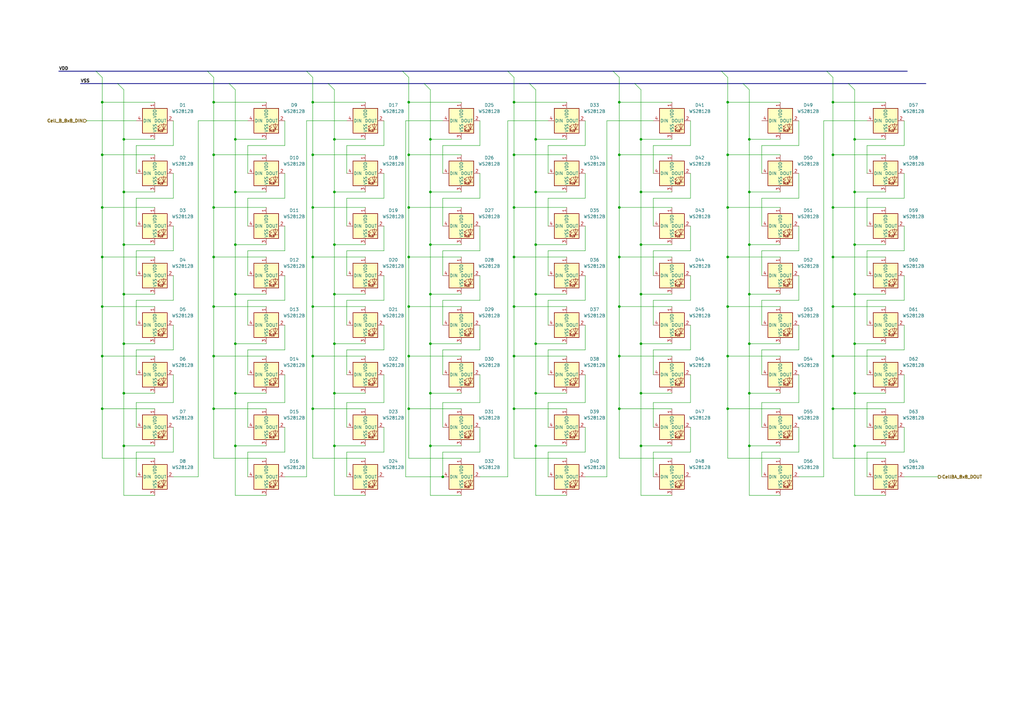
<source format=kicad_sch>
(kicad_sch (version 20250114) (generator "eeschema") (generator_version "9.0")
  (paper "A3")
  (junction (at 219.71 120.65))
  (junction (at 167.64 146.05))
  (junction (at 307.34 140.97))
  (junction (at 298.45 41.91))
  (junction (at 137.16 57.15))
  (junction (at 341.63 105.41))
  (junction (at 254 105.41))
  (junction (at 341.63 41.91))
  (junction (at 210.82 63.5))
  (junction (at 96.52 161.29))
  (junction (at 254 146.05))
  (junction (at 219.71 100.33))
  (junction (at 96.52 140.97))
  (junction (at 137.16 120.65))
  (junction (at 262.89 78.74))
  (junction (at 341.63 85.09))
  (junction (at 219.71 182.88))
  (junction (at 298.45 63.5))
  (junction (at 50.8 120.65))
  (junction (at 137.16 182.88))
  (junction (at 128.27 105.41))
  (junction (at 41.91 167.64))
  (junction (at 219.71 78.74))
  (junction (at 350.52 78.74))
  (junction (at 50.8 161.29))
  (junction (at 307.34 78.74))
  (junction (at 262.89 140.97))
  (junction (at 128.27 41.91))
  (junction (at 307.34 120.65))
  (junction (at 254 167.64))
  (junction (at 41.91 63.5))
  (junction (at 96.52 120.65))
  (junction (at 307.34 161.29))
  (junction (at 137.16 78.74))
  (junction (at 298.45 167.64))
  (junction (at 219.71 140.97))
  (junction (at 87.63 63.5))
  (junction (at 350.52 140.97))
  (junction (at 219.71 57.15))
  (junction (at 128.27 146.05))
  (junction (at 96.52 57.15))
  (junction (at 176.53 78.74))
  (junction (at 350.52 100.33))
  (junction (at 96.52 100.33))
  (junction (at 350.52 57.15))
  (junction (at 87.63 167.64))
  (junction (at 167.64 125.73))
  (junction (at 128.27 167.64))
  (junction (at 137.16 140.97))
  (junction (at 210.82 125.73))
  (junction (at 210.82 146.05))
  (junction (at 176.53 120.65))
  (junction (at 262.89 182.88))
  (junction (at 254 125.73))
  (junction (at 254 41.91))
  (junction (at 210.82 167.64))
  (junction (at 137.16 100.33))
  (junction (at 262.89 120.65))
  (junction (at 137.16 161.29))
  (junction (at 128.27 85.09))
  (junction (at 41.91 105.41))
  (junction (at 167.64 41.91))
  (junction (at 254 85.09))
  (junction (at 87.63 85.09))
  (junction (at 87.63 146.05))
  (junction (at 298.45 146.05))
  (junction (at 210.82 105.41))
  (junction (at 219.71 161.29))
  (junction (at 167.64 63.5))
  (junction (at 167.64 105.41))
  (junction (at 210.82 41.91))
  (junction (at 298.45 85.09))
  (junction (at 181.61 195.58))
  (junction (at 298.45 125.73))
  (junction (at 176.53 161.29))
  (junction (at 50.8 100.33))
  (junction (at 41.91 125.73))
  (junction (at 176.53 57.15))
  (junction (at 210.82 85.09))
  (junction (at 176.53 140.97))
  (junction (at 41.91 146.05))
  (junction (at 307.34 57.15))
  (junction (at 50.8 182.88))
  (junction (at 87.63 125.73))
  (junction (at 96.52 182.88))
  (junction (at 254 63.5))
  (junction (at 87.63 41.91))
  (junction (at 262.89 57.15))
  (junction (at 341.63 63.5))
  (junction (at 96.52 78.74))
  (junction (at 50.8 57.15))
  (junction (at 350.52 182.88))
  (junction (at 167.64 85.09))
  (junction (at 350.52 161.29))
  (junction (at 128.27 125.73))
  (junction (at 341.63 146.05))
  (junction (at 167.64 167.64))
  (junction (at 262.89 100.33))
  (junction (at 341.63 167.64))
  (junction (at 262.89 161.29))
  (junction (at 50.8 78.74))
  (junction (at 87.63 105.41))
  (junction (at 350.52 120.65))
  (junction (at 41.91 85.09))
  (junction (at 41.91 41.91))
  (junction (at 307.34 182.88))
  (junction (at 176.53 182.88))
  (junction (at 176.53 100.33))
  (junction (at 298.45 105.41))
  (junction (at 128.27 63.5))
  (junction (at 341.63 125.73))
  (junction (at 50.8 140.97))
  (junction (at 307.34 100.33))
  (bus_entry (at 304.8 34.29) (size 2.54 2.54))
  (bus_entry (at 208.28 29.21) (size 2.54 2.54))
  (bus_entry (at 217.17 34.29) (size 2.54 2.54))
  (bus_entry (at 48.26 34.29) (size 2.54 2.54))
  (bus_entry (at 125.73 29.21) (size 2.54 2.54))
  (bus_entry (at 85.09 29.21) (size 2.54 2.54))
  (bus_entry (at 93.98 34.29) (size 2.54 2.54))
  (bus_entry (at 260.35 34.29) (size 2.54 2.54))
  (bus_entry (at 295.91 29.21) (size 2.54 2.54))
  (bus_entry (at 173.99 34.29) (size 2.54 2.54))
  (bus_entry (at 251.46 29.21) (size 2.54 2.54))
  (bus_entry (at 339.09 29.21) (size 2.54 2.54))
  (bus_entry (at 134.62 34.29) (size 2.54 2.54))
  (bus_entry (at 39.37 29.21) (size 2.54 2.54))
  (bus_entry (at 165.1 29.21) (size 2.54 2.54))
  (bus_entry (at 347.98 34.29) (size 2.54 2.54))
  (wire (pts (xy 267.97 102.87) (xy 267.97 113.03)))
  (wire (pts (xy 167.64 146.05) (xy 167.64 167.64)))
  (wire (pts (xy 128.27 146.05) (xy 149.86 146.05)))
  (wire (pts (xy 262.89 36.83) (xy 262.89 57.15)))
  (wire (pts (xy 157.48 175.26) (xy 157.48 185.42)))
  (wire (pts (xy 219.71 100.33) (xy 232.41 100.33)))
  (wire (pts (xy 254 187.96) (xy 275.59 187.96)))
  (wire (pts (xy 157.48 113.03) (xy 157.48 123.19)))
  (wire (pts (xy 137.16 100.33) (xy 137.16 120.65)))
  (wire (pts (xy 307.34 100.33) (xy 320.04 100.33)))
  (wire (pts (xy 254 146.05) (xy 254 167.64)))
  (wire (pts (xy 50.8 100.33) (xy 50.8 120.65)))
  (wire (pts (xy 128.27 167.64) (xy 128.27 187.96)))
  (wire (pts (xy 341.63 146.05) (xy 341.63 167.64)))
  (wire (pts (xy 370.84 123.19) (xy 355.6 123.19)))
  (wire (pts (xy 96.52 203.2) (xy 109.22 203.2)))
  (wire (pts (xy 50.8 140.97) (xy 50.8 161.29)))
  (wire (pts (xy 210.82 187.96) (xy 232.41 187.96)))
  (wire (pts (xy 71.12 59.69) (xy 55.88 59.69)))
  (bus (pts (xy 85.09 29.21) (xy 125.73 29.21)))
  (wire (pts (xy 196.85 133.35) (xy 196.85 143.51)))
  (bus (pts (xy 125.73 29.21) (xy 165.1 29.21)))
  (wire (pts (xy 137.16 140.97) (xy 149.86 140.97)))
  (wire (pts (xy 41.91 41.91) (xy 41.91 63.5)))
  (wire (pts (xy 87.63 63.5) (xy 109.22 63.5)))
  (wire (pts (xy 71.12 195.58) (xy 81.28 195.58)))
  (bus (pts (xy 33.02 34.29) (xy 48.26 34.29)))
  (wire (pts (xy 370.84 133.35) (xy 370.84 143.51)))
  (wire (pts (xy 248.92 195.58) (xy 248.92 49.53)))
  (wire (pts (xy 101.6 102.87) (xy 101.6 113.03)))
  (wire (pts (xy 262.89 161.29) (xy 262.89 182.88)))
  (wire (pts (xy 55.88 102.87) (xy 55.88 113.03)))
  (wire (pts (xy 116.84 71.12) (xy 116.84 81.28)))
  (wire (pts (xy 181.61 143.51) (xy 181.61 153.67)))
  (wire (pts (xy 181.61 185.42) (xy 181.61 195.58)))
  (wire (pts (xy 254 167.64) (xy 275.59 167.64)))
  (wire (pts (xy 96.52 120.65) (xy 96.52 140.97)))
  (wire (pts (xy 355.6 123.19) (xy 355.6 133.35)))
  (wire (pts (xy 312.42 123.19) (xy 312.42 133.35)))
  (wire (pts (xy 355.6 102.87) (xy 355.6 113.03)))
  (wire (pts (xy 96.52 161.29) (xy 109.22 161.29)))
  (wire (pts (xy 196.85 92.71) (xy 196.85 102.87)))
  (wire (pts (xy 41.91 125.73) (xy 63.5 125.73)))
  (wire (pts (xy 240.03 81.28) (xy 224.79 81.28)))
  (wire (pts (xy 327.66 195.58) (xy 337.82 195.58)))
  (wire (pts (xy 307.34 36.83) (xy 307.34 57.15)))
  (wire (pts (xy 210.82 167.64) (xy 232.41 167.64)))
  (wire (pts (xy 196.85 153.67) (xy 196.85 165.1)))
  (wire (pts (xy 210.82 125.73) (xy 232.41 125.73)))
  (wire (pts (xy 350.52 120.65) (xy 350.52 140.97)))
  (wire (pts (xy 50.8 78.74) (xy 50.8 100.33)))
  (wire (pts (xy 283.21 143.51) (xy 267.97 143.51)))
  (wire (pts (xy 240.03 92.71) (xy 240.03 102.87)))
  (wire (pts (xy 210.82 85.09) (xy 232.41 85.09)))
  (wire (pts (xy 137.16 120.65) (xy 149.86 120.65)))
  (wire (pts (xy 50.8 100.33) (xy 63.5 100.33)))
  (wire (pts (xy 71.12 92.71) (xy 71.12 102.87)))
  (wire (pts (xy 350.52 100.33) (xy 363.22 100.33)))
  (wire (pts (xy 137.16 57.15) (xy 149.86 57.15)))
  (wire (pts (xy 71.12 153.67) (xy 71.12 165.1)))
  (wire (pts (xy 267.97 59.69) (xy 267.97 71.12)))
  (wire (pts (xy 137.16 161.29) (xy 137.16 182.88)))
  (wire (pts (xy 298.45 41.91) (xy 298.45 63.5)))
  (wire (pts (xy 71.12 143.51) (xy 55.88 143.51)))
  (bus (pts (xy 93.98 34.29) (xy 134.62 34.29)))
  (wire (pts (xy 312.42 102.87) (xy 312.42 113.03)))
  (wire (pts (xy 181.61 195.58) (xy 166.37 195.58)))
  (wire (pts (xy 101.6 59.69) (xy 101.6 71.12)))
  (wire (pts (xy 312.42 59.69) (xy 312.42 71.12)))
  (wire (pts (xy 327.66 113.03) (xy 327.66 123.19)))
  (wire (pts (xy 224.79 102.87) (xy 224.79 113.03)))
  (wire (pts (xy 337.82 195.58) (xy 337.82 49.53)))
  (wire (pts (xy 254 125.73) (xy 254 146.05)))
  (wire (pts (xy 142.24 165.1) (xy 142.24 175.26)))
  (wire (pts (xy 219.71 36.83) (xy 219.71 57.15)))
  (wire (pts (xy 210.82 105.41) (xy 210.82 125.73)))
  (wire (pts (xy 219.71 161.29) (xy 232.41 161.29)))
  (wire (pts (xy 240.03 153.67) (xy 240.03 165.1)))
  (wire (pts (xy 196.85 102.87) (xy 181.61 102.87)))
  (wire (pts (xy 87.63 85.09) (xy 87.63 105.41)))
  (wire (pts (xy 370.84 113.03) (xy 370.84 123.19)))
  (wire (pts (xy 128.27 85.09) (xy 149.86 85.09)))
  (wire (pts (xy 254 41.91) (xy 254 63.5)))
  (wire (pts (xy 341.63 41.91) (xy 363.22 41.91)))
  (wire (pts (xy 116.84 195.58) (xy 125.73 195.58)))
  (wire (pts (xy 96.52 120.65) (xy 109.22 120.65)))
  (wire (pts (xy 298.45 125.73) (xy 298.45 146.05)))
  (wire (pts (xy 137.16 161.29) (xy 149.86 161.29)))
  (wire (pts (xy 240.03 113.03) (xy 240.03 123.19)))
  (wire (pts (xy 71.12 175.26) (xy 71.12 185.42)))
  (wire (pts (xy 87.63 125.73) (xy 87.63 146.05)))
  (bus (pts (xy 39.37 29.21) (xy 85.09 29.21)))
  (wire (pts (xy 157.48 123.19) (xy 142.24 123.19)))
  (wire (pts (xy 142.24 81.28) (xy 142.24 92.71)))
  (wire (pts (xy 262.89 182.88) (xy 275.59 182.88)))
  (wire (pts (xy 254 105.41) (xy 254 125.73)))
  (wire (pts (xy 87.63 41.91) (xy 87.63 63.5)))
  (wire (pts (xy 298.45 31.75) (xy 298.45 41.91)))
  (wire (pts (xy 176.53 120.65) (xy 176.53 140.97)))
  (wire (pts (xy 116.84 123.19) (xy 101.6 123.19)))
  (wire (pts (xy 137.16 78.74) (xy 137.16 100.33)))
  (wire (pts (xy 219.71 140.97) (xy 219.71 161.29)))
  (wire (pts (xy 101.6 143.51) (xy 101.6 153.67)))
  (wire (pts (xy 262.89 78.74) (xy 275.59 78.74)))
  (wire (pts (xy 167.64 125.73) (xy 189.23 125.73)))
  (wire (pts (xy 240.03 165.1) (xy 224.79 165.1)))
  (wire (pts (xy 210.82 63.5) (xy 210.82 85.09)))
  (wire (pts (xy 128.27 31.75) (xy 128.27 41.91)))
  (wire (pts (xy 384.81 195.58) (xy 370.84 195.58)))
  (wire (pts (xy 35.56 49.53) (xy 55.88 49.53)))
  (bus (pts (xy 24.13 29.21) (xy 39.37 29.21)))
  (wire (pts (xy 116.84 49.53) (xy 116.84 59.69)))
  (wire (pts (xy 219.71 78.74) (xy 219.71 100.33)))
  (wire (pts (xy 196.85 113.03) (xy 196.85 123.19)))
  (wire (pts (xy 350.52 203.2) (xy 363.22 203.2)))
  (wire (pts (xy 210.82 31.75) (xy 210.82 41.91)))
  (wire (pts (xy 137.16 182.88) (xy 149.86 182.88)))
  (wire (pts (xy 196.85 59.69) (xy 181.61 59.69)))
  (wire (pts (xy 116.84 143.51) (xy 101.6 143.51)))
  (wire (pts (xy 116.84 133.35) (xy 116.84 143.51)))
  (wire (pts (xy 350.52 78.74) (xy 350.52 100.33)))
  (wire (pts (xy 298.45 125.73) (xy 320.04 125.73)))
  (wire (pts (xy 298.45 85.09) (xy 298.45 105.41)))
  (wire (pts (xy 240.03 123.19) (xy 224.79 123.19)))
  (bus (pts (xy 134.62 34.29) (xy 173.99 34.29)))
  (bus (pts (xy 295.91 29.21) (xy 339.09 29.21)))
  (wire (pts (xy 96.52 100.33) (xy 109.22 100.33)))
  (wire (pts (xy 196.85 175.26) (xy 196.85 185.42)))
  (wire (pts (xy 87.63 105.41) (xy 109.22 105.41)))
  (wire (pts (xy 157.48 185.42) (xy 142.24 185.42)))
  (wire (pts (xy 219.71 140.97) (xy 232.41 140.97)))
  (wire (pts (xy 181.61 81.28) (xy 181.61 92.71)))
  (wire (pts (xy 196.85 49.53) (xy 196.85 59.69)))
  (bus (pts (xy 260.35 34.29) (xy 304.8 34.29)))
  (wire (pts (xy 50.8 57.15) (xy 50.8 78.74)))
  (wire (pts (xy 50.8 78.74) (xy 63.5 78.74)))
  (wire (pts (xy 254 167.64) (xy 254 187.96)))
  (wire (pts (xy 219.71 57.15) (xy 232.41 57.15)))
  (wire (pts (xy 116.84 81.28) (xy 101.6 81.28)))
  (wire (pts (xy 181.61 123.19) (xy 181.61 133.35)))
  (wire (pts (xy 283.21 102.87) (xy 267.97 102.87)))
  (wire (pts (xy 355.6 143.51) (xy 355.6 153.67)))
  (wire (pts (xy 327.66 102.87) (xy 312.42 102.87)))
  (wire (pts (xy 50.8 161.29) (xy 50.8 182.88)))
  (wire (pts (xy 87.63 41.91) (xy 109.22 41.91)))
  (wire (pts (xy 181.61 59.69) (xy 181.61 71.12)))
  (wire (pts (xy 96.52 78.74) (xy 109.22 78.74)))
  (wire (pts (xy 341.63 41.91) (xy 341.63 63.5)))
  (wire (pts (xy 137.16 140.97) (xy 137.16 161.29)))
  (wire (pts (xy 307.34 140.97) (xy 320.04 140.97)))
  (wire (pts (xy 283.21 49.53) (xy 283.21 59.69)))
  (wire (pts (xy 50.8 161.29) (xy 63.5 161.29)))
  (bus (pts (xy 173.99 34.29) (xy 217.17 34.29)))
  (wire (pts (xy 307.34 57.15) (xy 320.04 57.15)))
  (wire (pts (xy 341.63 85.09) (xy 341.63 105.41)))
  (wire (pts (xy 341.63 125.73) (xy 363.22 125.73)))
  (wire (pts (xy 101.6 81.28) (xy 101.6 92.71)))
  (wire (pts (xy 157.48 165.1) (xy 142.24 165.1)))
  (wire (pts (xy 128.27 146.05) (xy 128.27 167.64)))
  (wire (pts (xy 176.53 78.74) (xy 176.53 100.33)))
  (wire (pts (xy 341.63 105.41) (xy 341.63 125.73)))
  (wire (pts (xy 167.64 167.64) (xy 167.64 187.96)))
  (wire (pts (xy 307.34 203.2) (xy 320.04 203.2)))
  (wire (pts (xy 137.16 182.88) (xy 137.16 203.2)))
  (wire (pts (xy 350.52 140.97) (xy 350.52 161.29)))
  (wire (pts (xy 262.89 57.15) (xy 262.89 78.74)))
  (wire (pts (xy 196.85 123.19) (xy 181.61 123.19)))
  (wire (pts (xy 307.34 120.65) (xy 307.34 140.97)))
  (wire (pts (xy 341.63 105.41) (xy 363.22 105.41)))
  (wire (pts (xy 341.63 63.5) (xy 341.63 85.09)))
  (wire (pts (xy 87.63 63.5) (xy 87.63 85.09)))
  (wire (pts (xy 283.21 165.1) (xy 267.97 165.1)))
  (wire (pts (xy 355.6 165.1) (xy 355.6 175.26)))
  (wire (pts (xy 327.66 71.12) (xy 327.66 81.28)))
  (wire (pts (xy 137.16 120.65) (xy 137.16 140.97)))
  (wire (pts (xy 283.21 175.26) (xy 283.21 185.42)))
  (wire (pts (xy 224.79 123.19) (xy 224.79 133.35)))
  (wire (pts (xy 298.45 167.64) (xy 298.45 187.96)))
  (wire (pts (xy 283.21 123.19) (xy 267.97 123.19)))
  (wire (pts (xy 96.52 140.97) (xy 109.22 140.97)))
  (wire (pts (xy 350.52 161.29) (xy 350.52 182.88)))
  (wire (pts (xy 312.42 143.51) (xy 312.42 153.67)))
  (wire (pts (xy 41.91 105.41) (xy 63.5 105.41)))
  (wire (pts (xy 157.48 59.69) (xy 142.24 59.69)))
  (wire (pts (xy 350.52 182.88) (xy 363.22 182.88)))
  (wire (pts (xy 327.66 165.1) (xy 312.42 165.1)))
  (wire (pts (xy 116.84 92.71) (xy 116.84 102.87)))
  (wire (pts (xy 55.88 123.19) (xy 55.88 133.35)))
  (wire (pts (xy 137.16 78.74) (xy 149.86 78.74)))
  (wire (pts (xy 254 146.05) (xy 275.59 146.05)))
  (wire (pts (xy 137.16 36.83) (xy 137.16 57.15)))
  (wire (pts (xy 337.82 49.53) (xy 355.6 49.53)))
  (wire (pts (xy 370.84 71.12) (xy 370.84 81.28)))
  (wire (pts (xy 101.6 165.1) (xy 101.6 175.26)))
  (wire (pts (xy 219.71 57.15) (xy 219.71 78.74)))
  (wire (pts (xy 50.8 36.83) (xy 50.8 57.15)))
  (wire (pts (xy 41.91 146.05) (xy 63.5 146.05)))
  (wire (pts (xy 254 85.09) (xy 275.59 85.09)))
  (wire (pts (xy 142.24 123.19) (xy 142.24 133.35)))
  (wire (pts (xy 87.63 187.96) (xy 109.22 187.96)))
  (wire (pts (xy 167.64 41.91) (xy 189.23 41.91)))
  (wire (pts (xy 128.27 187.96) (xy 149.86 187.96)))
  (wire (pts (xy 327.66 49.53) (xy 327.66 59.69)))
  (wire (pts (xy 283.21 153.67) (xy 283.21 165.1)))
  (wire (pts (xy 240.03 49.53) (xy 240.03 59.69)))
  (wire (pts (xy 307.34 161.29) (xy 307.34 182.88)))
  (bus (pts (xy 251.46 29.21) (xy 295.91 29.21)))
  (wire (pts (xy 167.64 85.09) (xy 167.64 105.41)))
  (wire (pts (xy 283.21 92.71) (xy 283.21 102.87)))
  (wire (pts (xy 327.66 81.28) (xy 312.42 81.28)))
  (wire (pts (xy 350.52 36.83) (xy 350.52 57.15)))
  (wire (pts (xy 254 85.09) (xy 254 105.41)))
  (wire (pts (xy 142.24 102.87) (xy 142.24 113.03)))
  (wire (pts (xy 327.66 92.71) (xy 327.66 102.87)))
  (wire (pts (xy 167.64 85.09) (xy 189.23 85.09)))
  (bus (pts (xy 217.17 34.29) (xy 260.35 34.29)))
  (wire (pts (xy 157.48 92.71) (xy 157.48 102.87)))
  (wire (pts (xy 240.03 71.12) (xy 240.03 81.28)))
  (wire (pts (xy 341.63 31.75) (xy 341.63 41.91)))
  (wire (pts (xy 208.28 195.58) (xy 208.28 49.53)))
  (wire (pts (xy 101.6 185.42) (xy 101.6 195.58)))
  (wire (pts (xy 96.52 161.29) (xy 96.52 182.88)))
  (wire (pts (xy 157.48 102.87) (xy 142.24 102.87)))
  (wire (pts (xy 341.63 85.09) (xy 363.22 85.09)))
  (wire (pts (xy 350.52 57.15) (xy 363.22 57.15)))
  (wire (pts (xy 176.53 182.88) (xy 176.53 203.2)))
  (wire (pts (xy 157.48 133.35) (xy 157.48 143.51)))
  (wire (pts (xy 41.91 31.75) (xy 41.91 41.91)))
  (wire (pts (xy 370.84 165.1) (xy 355.6 165.1)))
  (wire (pts (xy 327.66 185.42) (xy 312.42 185.42)))
  (wire (pts (xy 116.84 185.42) (xy 101.6 185.42)))
  (wire (pts (xy 41.91 85.09) (xy 41.91 105.41)))
  (wire (pts (xy 96.52 57.15) (xy 96.52 78.74)))
  (wire (pts (xy 55.88 165.1) (xy 55.88 175.26)))
  (wire (pts (xy 50.8 140.97) (xy 63.5 140.97)))
  (wire (pts (xy 254 125.73) (xy 275.59 125.73)))
  (wire (pts (xy 307.34 182.88) (xy 307.34 203.2)))
  (wire (pts (xy 87.63 125.73) (xy 109.22 125.73)))
  (wire (pts (xy 157.48 71.12) (xy 157.48 81.28)))
  (wire (pts (xy 41.91 85.09) (xy 63.5 85.09)))
  (wire (pts (xy 128.27 167.64) (xy 149.86 167.64)))
  (wire (pts (xy 128.27 105.41) (xy 128.27 125.73)))
  (wire (pts (xy 41.91 125.73) (xy 41.91 146.05)))
  (wire (pts (xy 128.27 41.91) (xy 128.27 63.5)))
  (wire (pts (xy 167.64 105.41) (xy 189.23 105.41)))
  (wire (pts (xy 307.34 78.74) (xy 307.34 100.33)))
  (wire (pts (xy 176.53 57.15) (xy 189.23 57.15)))
  (wire (pts (xy 176.53 100.33) (xy 189.23 100.33)))
  (wire (pts (xy 71.12 185.42) (xy 55.88 185.42)))
  (wire (pts (xy 87.63 146.05) (xy 109.22 146.05)))
  (wire (pts (xy 157.48 153.67) (xy 157.48 165.1)))
  (wire (pts (xy 341.63 187.96) (xy 363.22 187.96)))
  (wire (pts (xy 167.64 63.5) (xy 167.64 85.09)))
  (wire (pts (xy 142.24 143.51) (xy 142.24 153.67)))
  (wire (pts (xy 307.34 120.65) (xy 320.04 120.65)))
  (wire (pts (xy 71.12 133.35) (xy 71.12 143.51)))
  (wire (pts (xy 181.61 102.87) (xy 181.61 113.03)))
  (wire (pts (xy 96.52 140.97) (xy 96.52 161.29)))
  (wire (pts (xy 298.45 146.05) (xy 320.04 146.05)))
  (wire (pts (xy 262.89 120.65) (xy 275.59 120.65)))
  (wire (pts (xy 262.89 182.88) (xy 262.89 203.2)))
  (wire (pts (xy 55.88 185.42) (xy 55.88 195.58)))
  (wire (pts (xy 125.73 49.53) (xy 142.24 49.53)))
  (wire (pts (xy 262.89 161.29) (xy 275.59 161.29)))
  (wire (pts (xy 142.24 59.69) (xy 142.24 71.12)))
  (wire (pts (xy 219.71 182.88) (xy 232.41 182.88)))
  (wire (pts (xy 355.6 81.28) (xy 355.6 92.71)))
  (wire (pts (xy 312.42 185.42) (xy 312.42 195.58)))
  (wire (pts (xy 210.82 146.05) (xy 210.82 167.64)))
  (wire (pts (xy 219.71 100.33) (xy 219.71 120.65)))
  (wire (pts (xy 283.21 71.12) (xy 283.21 81.28)))
  (wire (pts (xy 55.88 59.69) (xy 55.88 71.12)))
  (wire (pts (xy 41.91 105.41) (xy 41.91 125.73)))
  (wire (pts (xy 166.37 49.53) (xy 181.61 49.53)))
  (wire (pts (xy 157.48 143.51) (xy 142.24 143.51)))
  (wire (pts (xy 370.84 143.51) (xy 355.6 143.51)))
  (wire (pts (xy 254 63.5) (xy 254 85.09)))
  (wire (pts (xy 96.52 78.74) (xy 96.52 100.33)))
  (wire (pts (xy 176.53 120.65) (xy 189.23 120.65)))
  (wire (pts (xy 196.85 71.12) (xy 196.85 81.28)))
  (wire (pts (xy 196.85 195.58) (xy 208.28 195.58)))
  (wire (pts (xy 240.03 195.58) (xy 248.92 195.58)))
  (wire (pts (xy 350.52 57.15) (xy 350.52 78.74)))
  (wire (pts (xy 176.53 161.29) (xy 189.23 161.29)))
  (wire (pts (xy 307.34 78.74) (xy 320.04 78.74)))
  (wire (pts (xy 176.53 161.29) (xy 176.53 182.88)))
  (bus (pts (xy 304.8 34.29) (xy 347.98 34.29)))
  (wire (pts (xy 307.34 57.15) (xy 307.34 78.74)))
  (wire (pts (xy 224.79 143.51) (xy 224.79 153.67)))
  (wire (pts (xy 167.64 41.91) (xy 167.64 63.5)))
  (wire (pts (xy 210.82 63.5) (xy 232.41 63.5)))
  (wire (pts (xy 350.52 78.74) (xy 363.22 78.74)))
  (wire (pts (xy 307.34 161.29) (xy 320.04 161.29)))
  (wire (pts (xy 283.21 185.42) (xy 267.97 185.42)))
  (wire (pts (xy 71.12 49.53) (xy 71.12 59.69)))
  (wire (pts (xy 312.42 81.28) (xy 312.42 92.71)))
  (wire (pts (xy 96.52 36.83) (xy 96.52 57.15)))
  (wire (pts (xy 350.52 161.29) (xy 363.22 161.29)))
  (wire (pts (xy 341.63 63.5) (xy 363.22 63.5)))
  (wire (pts (xy 50.8 182.88) (xy 63.5 182.88)))
  (wire (pts (xy 137.16 203.2) (xy 149.86 203.2)))
  (wire (pts (xy 50.8 120.65) (xy 50.8 140.97)))
  (bus (pts (xy 339.09 29.21) (xy 372.11 29.21)))
  (wire (pts (xy 240.03 185.42) (xy 224.79 185.42)))
  (wire (pts (xy 219.71 120.65) (xy 232.41 120.65)))
  (wire (pts (xy 210.82 105.41) (xy 232.41 105.41)))
  (wire (pts (xy 128.27 125.73) (xy 149.86 125.73)))
  (wire (pts (xy 116.84 153.67) (xy 116.84 165.1)))
  (wire (pts (xy 50.8 203.2) (xy 63.5 203.2)))
  (wire (pts (xy 262.89 57.15) (xy 275.59 57.15)))
  (wire (pts (xy 41.91 63.5) (xy 63.5 63.5)))
  (wire (pts (xy 101.6 123.19) (xy 101.6 133.35)))
  (wire (pts (xy 41.91 187.96) (xy 63.5 187.96)))
  (wire (pts (xy 254 105.41) (xy 275.59 105.41)))
  (wire (pts (xy 176.53 182.88) (xy 189.23 182.88)))
  (wire (pts (xy 87.63 85.09) (xy 109.22 85.09)))
  (wire (pts (xy 327.66 123.19) (xy 312.42 123.19)))
  (wire (pts (xy 240.03 102.87) (xy 224.79 102.87)))
  (wire (pts (xy 96.52 57.15) (xy 109.22 57.15)))
  (wire (pts (xy 298.45 187.96) (xy 320.04 187.96)))
  (wire (pts (xy 167.64 167.64) (xy 189.23 167.64)))
  (wire (pts (xy 176.53 140.97) (xy 189.23 140.97)))
  (wire (pts (xy 370.84 49.53) (xy 370.84 59.69)))
  (wire (pts (xy 341.63 167.64) (xy 341.63 187.96)))
  (bus (pts (xy 165.1 29.21) (xy 208.28 29.21)))
  (wire (pts (xy 210.82 41.91) (xy 232.41 41.91)))
  (wire (pts (xy 81.28 195.58) (xy 81.28 49.53)))
  (wire (pts (xy 327.66 59.69) (xy 312.42 59.69)))
  (wire (pts (xy 137.16 57.15) (xy 137.16 78.74)))
  (wire (pts (xy 71.12 71.12) (xy 71.12 81.28)))
  (wire (pts (xy 327.66 175.26) (xy 327.66 185.42)))
  (wire (pts (xy 96.52 182.88) (xy 96.52 203.2)))
  (wire (pts (xy 128.27 125.73) (xy 128.27 146.05)))
  (bus (pts (xy 347.98 34.29) (xy 379.73 34.29)))
  (wire (pts (xy 341.63 125.73) (xy 341.63 146.05)))
  (wire (pts (xy 166.37 195.58) (xy 166.37 49.53)))
  (wire (pts (xy 254 63.5) (xy 275.59 63.5)))
  (wire (pts (xy 370.84 175.26) (xy 370.84 185.42)))
  (wire (pts (xy 307.34 100.33) (xy 307.34 120.65)))
  (wire (pts (xy 157.48 81.28) (xy 142.24 81.28)))
  (wire (pts (xy 167.64 125.73) (xy 167.64 146.05)))
  (wire (pts (xy 167.64 105.41) (xy 167.64 125.73)))
  (wire (pts (xy 87.63 146.05) (xy 87.63 167.64)))
  (wire (pts (xy 176.53 36.83) (xy 176.53 57.15)))
  (wire (pts (xy 262.89 203.2) (xy 275.59 203.2)))
  (wire (pts (xy 55.88 143.51) (xy 55.88 153.67)))
  (wire (pts (xy 355.6 59.69) (xy 355.6 71.12)))
  (wire (pts (xy 240.03 133.35) (xy 240.03 143.51)))
  (wire (pts (xy 283.21 81.28) (xy 267.97 81.28)))
  (wire (pts (xy 327.66 133.35) (xy 327.66 143.51)))
  (wire (pts (xy 116.84 165.1) (xy 101.6 165.1)))
  (wire (pts (xy 210.82 85.09) (xy 210.82 105.41)))
  (wire (pts (xy 267.97 165.1) (xy 267.97 175.26)))
  (wire (pts (xy 219.71 182.88) (xy 219.71 203.2)))
  (wire (pts (xy 350.52 100.33) (xy 350.52 120.65)))
  (wire (pts (xy 125.73 195.58) (xy 125.73 49.53)))
  (wire (pts (xy 41.91 167.64) (xy 41.91 187.96)))
  (wire (pts (xy 137.16 100.33) (xy 149.86 100.33)))
  (wire (pts (xy 71.12 123.19) (xy 55.88 123.19)))
  (wire (pts (xy 41.91 167.64) (xy 63.5 167.64)))
  (wire (pts (xy 283.21 59.69) (xy 267.97 59.69)))
  (wire (pts (xy 176.53 57.15) (xy 176.53 78.74)))
  (wire (pts (xy 208.28 49.53) (xy 224.79 49.53)))
  (wire (pts (xy 350.52 140.97) (xy 363.22 140.97)))
  (wire (pts (xy 176.53 100.33) (xy 176.53 120.65)))
  (wire (pts (xy 219.71 78.74) (xy 232.41 78.74)))
  (wire (pts (xy 128.27 105.41) (xy 149.86 105.41)))
  (wire (pts (xy 262.89 100.33) (xy 262.89 120.65)))
  (wire (pts (xy 196.85 81.28) (xy 181.61 81.28)))
  (wire (pts (xy 298.45 105.41) (xy 320.04 105.41)))
  (bus (pts (xy 48.26 34.29) (xy 93.98 34.29)))
  (wire (pts (xy 262.89 140.97) (xy 262.89 161.29)))
  (wire (pts (xy 116.84 113.03) (xy 116.84 123.19)))
  (wire (pts (xy 87.63 105.41) (xy 87.63 125.73)))
  (wire (pts (xy 224.79 59.69) (xy 224.79 71.12)))
  (wire (pts (xy 327.66 153.67) (xy 327.66 165.1)))
  (wire (pts (xy 224.79 165.1) (xy 224.79 175.26)))
  (wire (pts (xy 167.64 146.05) (xy 189.23 146.05)))
  (wire (pts (xy 116.84 59.69) (xy 101.6 59.69)))
  (wire (pts (xy 312.42 165.1) (xy 312.42 175.26)))
  (wire (pts (xy 87.63 167.64) (xy 87.63 187.96)))
  (wire (pts (xy 298.45 146.05) (xy 298.45 167.64)))
  (wire (pts (xy 128.27 85.09) (xy 128.27 105.41)))
  (wire (pts (xy 298.45 41.91) (xy 320.04 41.91)))
  (wire (pts (xy 370.84 153.67) (xy 370.84 165.1)))
  (wire (pts (xy 71.12 113.03) (xy 71.12 123.19)))
  (wire (pts (xy 128.27 63.5) (xy 128.27 85.09)))
  (wire (pts (xy 262.89 140.97) (xy 275.59 140.97)))
  (wire (pts (xy 370.84 185.42) (xy 355.6 185.42)))
  (wire (pts (xy 96.52 182.88) (xy 109.22 182.88)))
  (wire (pts (xy 71.12 81.28) (xy 55.88 81.28)))
  (bus (pts (xy 208.28 29.21) (xy 251.46 29.21)))
  (wire (pts (xy 283.21 113.03) (xy 283.21 123.19)))
  (wire (pts (xy 370.84 102.87) (xy 355.6 102.87)))
  (wire (pts (xy 370.84 59.69) (xy 355.6 59.69)))
  (wire (pts (xy 350.52 120.65) (xy 363.22 120.65)))
  (wire (pts (xy 307.34 140.97) (xy 307.34 161.29)))
  (wire (pts (xy 196.85 165.1) (xy 181.61 165.1)))
  (wire (pts (xy 210.82 167.64) (xy 210.82 187.96)))
  (wire (pts (xy 96.52 100.33) (xy 96.52 120.65)))
  (wire (pts (xy 298.45 63.5) (xy 320.04 63.5)))
  (wire (pts (xy 370.84 81.28) (xy 355.6 81.28)))
  (wire (pts (xy 267.97 185.42) (xy 267.97 195.58)))
  (wire (pts (xy 298.45 63.5) (xy 298.45 85.09)))
  (wire (pts (xy 350.52 182.88) (xy 350.52 203.2)))
  (wire (pts (xy 219.71 120.65) (xy 219.71 140.97)))
  (wire (pts (xy 219.71 161.29) (xy 219.71 182.88)))
  (wire (pts (xy 298.45 167.64) (xy 320.04 167.64)))
  (wire (pts (xy 176.53 140.97) (xy 176.53 161.29)))
  (wire (pts (xy 262.89 78.74) (xy 262.89 100.33)))
  (wire (pts (xy 116.84 175.26) (xy 116.84 185.42)))
  (wire (pts (xy 267.97 143.51) (xy 267.97 153.67)))
  (wire (pts (xy 219.71 203.2) (xy 232.41 203.2)))
  (wire (pts (xy 128.27 41.91) (xy 149.86 41.91)))
  (wire (pts (xy 307.34 182.88) (xy 320.04 182.88)))
  (wire (pts (xy 341.63 146.05) (xy 363.22 146.05)))
  (wire (pts (xy 55.88 81.28) (xy 55.88 92.71)))
  (wire (pts (xy 298.45 85.09) (xy 320.04 85.09)))
  (wire (pts (xy 196.85 185.42) (xy 181.61 185.42)))
  (wire (pts (xy 355.6 185.42) (xy 355.6 195.58)))
  (wire (pts (xy 71.12 165.1) (xy 55.88 165.1)))
  (wire (pts (xy 341.63 167.64) (xy 363.22 167.64)))
  (wire (pts (xy 262.89 100.33) (xy 275.59 100.33)))
  (wire (pts (xy 81.28 49.53) (xy 101.6 49.53)))
  (wire (pts (xy 167.64 31.75) (xy 167.64 41.91)))
  (wire (pts (xy 167.64 187.96) (xy 189.23 187.96)))
  (wire (pts (xy 240.03 143.51) (xy 224.79 143.51)))
  (wire (pts (xy 370.84 92.71) (xy 370.84 102.87)))
  (wire (pts (xy 267.97 81.28) (xy 267.97 92.71)))
  (wire (pts (xy 210.82 41.91) (xy 210.82 63.5)))
  (wire (pts (xy 210.82 125.73) (xy 210.82 146.05)))
  (wire (pts (xy 210.82 146.05) (xy 232.41 146.05)))
  (wire (pts (xy 267.97 123.19) (xy 267.97 133.35)))
  (wire (pts (xy 254 41.91) (xy 275.59 41.91)))
  (wire (pts (xy 262.89 120.65) (xy 262.89 140.97)))
  (wire (pts (xy 71.12 102.87) (xy 55.88 102.87)))
  (wire (pts (xy 298.45 105.41) (xy 298.45 125.73)))
  (wire (pts (xy 181.61 165.1) (xy 181.61 175.26)))
  (wire (pts (xy 41.91 146.05) (xy 41.91 167.64)))
  (wire (pts (xy 224.79 185.42) (xy 224.79 195.58)))
  (wire (pts (xy 116.84 102.87) (xy 101.6 102.87)))
  (wire (pts (xy 248.92 49.53) (xy 267.97 49.53)))
  (wire (pts (xy 50.8 182.88) (xy 50.8 203.2)))
  (wire (pts (xy 176.53 78.74) (xy 189.23 78.74)))
  (wire (pts (xy 283.21 133.35) (xy 283.21 143.51)))
  (wire (pts (xy 87.63 167.64) (xy 109.22 167.64)))
  (wire (pts (xy 196.85 143.51) (xy 181.61 143.51)))
  (wire (pts (xy 50.8 120.65) (xy 63.5 120.65)))
  (wire (pts (xy 128.27 63.5) (xy 149.86 63.5)))
  (wire (pts (xy 50.8 57.15) (xy 63.5 57.15)))
  (wire (pts (xy 327.66 143.51) (xy 312.42 143.51)))
  (wire (pts (xy 167.64 63.5) (xy 189.23 63.5)))
  (wire (pts (xy 41.91 63.5) (xy 41.91 85.09)))
  (wire (pts (xy 254 31.75) (xy 254 41.91)))
  (wire (pts (xy 41.91 41.91) (xy 63.5 41.91)))
  (wire (pts (xy 240.03 175.26) (xy 240.03 185.42)))
  (wire (pts (xy 176.53 203.2) (xy 189.23 203.2)))
  (wire (pts (xy 224.79 81.28) (xy 224.79 92.71)))
  (wire (pts (xy 142.24 185.42) (xy 142.24 195.58)))
  (wire (pts (xy 240.03 59.69) (xy 224.79 59.69)))
  (wire (pts (xy 87.63 31.75) (xy 87.63 41.91)))
  (wire (pts (xy 157.48 49.53) (xy 157.48 59.69)))
  (label "VSS" (at 33.02 34.29 0) (effects (font (thickness 0.254) (bold yes))))
  (label "VDD" (at 24.13 29.21 0) (effects (font (thickness 0.254) (bold yes))))
  (hierarchical_label "Cell_B_8x8_DIN" (shape input) (at 35.56 49.53 180) (effects (font (thickness 0.254) (bold yes))))
  (hierarchical_label "CellBA_8x8_DOUT" (shape output) (at 384.81 195.58 0) (effects (font (thickness 0.254) (bold yes))))
  (symbol (lib_id "LED:WS2812B") (at 109.22 49.53 0) (unit 1)
    (property "Reference" "D9" (at 120.65 43.1098 0))
    (property "Value" "WS2812B" (at 120.65 45.6498 0))
    (property "Footprint" "LED_SMD:LED_WS2812B_PLCC4_5.0x5.0mm_P3.2mm" (effects (hide yes)))
    (property "Datasheet" "https://cdn-shop.adafruit.com/datasheets/WS2812B.pdf" (effects (hide yes)))
    (property "Description" "RGB LED with integrated controller" (effects (hide yes)))
  )
  (symbol (lib_id "LED:WS2812B") (at 109.22 153.67 0) (unit 1)
    (property "Reference" "D14" (at 120.65 147.2498 0))
    (property "Value" "WS2812B" (at 120.65 149.7898 0))
    (property "Footprint" "LED_SMD:LED_WS2812B_PLCC4_5.0x5.0mm_P3.2mm" (effects (hide yes)))
    (property "Datasheet" "https://cdn-shop.adafruit.com/datasheets/WS2812B.pdf" (effects (hide yes)))
    (property "Description" "RGB LED with integrated controller" (effects (hide yes)))
  )
  (symbol (lib_id "LED:WS2812B") (at 189.23 153.67 0) (unit 1)
    (property "Reference" "D30" (at 200.66 147.2498 0))
    (property "Value" "WS2812B" (at 200.66 149.7898 0))
    (property "Footprint" "LED_SMD:LED_WS2812B_PLCC4_5.0x5.0mm_P3.2mm" (effects (hide yes)))
    (property "Datasheet" "https://cdn-shop.adafruit.com/datasheets/WS2812B.pdf" (effects (hide yes)))
    (property "Description" "RGB LED with integrated controller" (effects (hide yes)))
  )
  (symbol (lib_id "LED:WS2812B") (at 320.04 133.35 0) (unit 1)
    (property "Reference" "D53" (at 331.47 126.9298 0))
    (property "Value" "WS2812B" (at 331.47 129.4698 0))
    (property "Footprint" "LED_SMD:LED_WS2812B_PLCC4_5.0x5.0mm_P3.2mm" (effects (hide yes)))
    (property "Datasheet" "https://cdn-shop.adafruit.com/datasheets/WS2812B.pdf" (effects (hide yes)))
    (property "Description" "RGB LED with integrated controller" (effects (hide yes)))
  )
  (symbol (lib_id "LED:WS2812B") (at 320.04 153.67 0) (unit 1)
    (property "Reference" "D54" (at 331.47 147.2498 0))
    (property "Value" "WS2812B" (at 331.47 149.7898 0))
    (property "Footprint" "LED_SMD:LED_WS2812B_PLCC4_5.0x5.0mm_P3.2mm" (effects (hide yes)))
    (property "Datasheet" "https://cdn-shop.adafruit.com/datasheets/WS2812B.pdf" (effects (hide yes)))
    (property "Description" "RGB LED with integrated controller" (effects (hide yes)))
  )
  (symbol (lib_id "LED:WS2812B") (at 320.04 195.58 0) (unit 1)
    (property "Reference" "D56" (at 331.47 189.1598 0))
    (property "Value" "WS2812B" (at 331.47 191.6998 0))
    (property "Footprint" "LED_SMD:LED_WS2812B_PLCC4_5.0x5.0mm_P3.2mm" (effects (hide yes)))
    (property "Datasheet" "https://cdn-shop.adafruit.com/datasheets/WS2812B.pdf" (effects (hide yes)))
    (property "Description" "RGB LED with integrated controller" (effects (hide yes)))
  )
  (symbol (lib_id "LED:WS2812B") (at 149.86 92.71 0) (unit 1)
    (property "Reference" "D19" (at 161.29 86.2898 0))
    (property "Value" "WS2812B" (at 161.29 88.8298 0))
    (property "Footprint" "LED_SMD:LED_WS2812B_PLCC4_5.0x5.0mm_P3.2mm" (effects (hide yes)))
    (property "Datasheet" "https://cdn-shop.adafruit.com/datasheets/WS2812B.pdf" (effects (hide yes)))
    (property "Description" "RGB LED with integrated controller" (effects (hide yes)))
  )
  (symbol (lib_id "LED:WS2812B") (at 232.41 133.35 0) (unit 1)
    (property "Reference" "D37" (at 243.84 126.9298 0))
    (property "Value" "WS2812B" (at 243.84 129.4698 0))
    (property "Footprint" "LED_SMD:LED_WS2812B_PLCC4_5.0x5.0mm_P3.2mm" (effects (hide yes)))
    (property "Datasheet" "https://cdn-shop.adafruit.com/datasheets/WS2812B.pdf" (effects (hide yes)))
    (property "Description" "RGB LED with integrated controller" (effects (hide yes)))
  )
  (symbol (lib_id "LED:WS2812B") (at 63.5 113.03 0) (unit 1)
    (property "Reference" "D4" (at 74.93 106.6098 0))
    (property "Value" "WS2812B" (at 74.93 109.1498 0))
    (property "Footprint" "LED_SMD:LED_WS2812B_PLCC4_5.0x5.0mm_P3.2mm" (effects (hide yes)))
    (property "Datasheet" "https://cdn-shop.adafruit.com/datasheets/WS2812B.pdf" (effects (hide yes)))
    (property "Description" "RGB LED with integrated controller" (effects (hide yes)))
  )
  (symbol (lib_id "LED:WS2812B") (at 109.22 92.71 0) (unit 1)
    (property "Reference" "D11" (at 120.65 86.2898 0))
    (property "Value" "WS2812B" (at 120.65 88.8298 0))
    (property "Footprint" "LED_SMD:LED_WS2812B_PLCC4_5.0x5.0mm_P3.2mm" (effects (hide yes)))
    (property "Datasheet" "https://cdn-shop.adafruit.com/datasheets/WS2812B.pdf" (effects (hide yes)))
    (property "Description" "RGB LED with integrated controller" (effects (hide yes)))
  )
  (symbol (lib_id "LED:WS2812B") (at 232.41 49.53 0) (unit 1)
    (property "Reference" "D33" (at 243.84 43.1098 0))
    (property "Value" "WS2812B" (at 243.84 45.6498 0))
    (property "Footprint" "LED_SMD:LED_WS2812B_PLCC4_5.0x5.0mm_P3.2mm" (effects (hide yes)))
    (property "Datasheet" "https://cdn-shop.adafruit.com/datasheets/WS2812B.pdf" (effects (hide yes)))
    (property "Description" "RGB LED with integrated controller" (effects (hide yes)))
  )
  (symbol (lib_id "LED:WS2812B") (at 149.86 113.03 0) (unit 1)
    (property "Reference" "D20" (at 161.29 106.6098 0))
    (property "Value" "WS2812B" (at 161.29 109.1498 0))
    (property "Footprint" "LED_SMD:LED_WS2812B_PLCC4_5.0x5.0mm_P3.2mm" (effects (hide yes)))
    (property "Datasheet" "https://cdn-shop.adafruit.com/datasheets/WS2812B.pdf" (effects (hide yes)))
    (property "Description" "RGB LED with integrated controller" (effects (hide yes)))
  )
  (symbol (lib_id "LED:WS2812B") (at 149.86 153.67 0) (unit 1)
    (property "Reference" "D22" (at 161.29 147.2498 0))
    (property "Value" "WS2812B" (at 161.29 149.7898 0))
    (property "Footprint" "LED_SMD:LED_WS2812B_PLCC4_5.0x5.0mm_P3.2mm" (effects (hide yes)))
    (property "Datasheet" "https://cdn-shop.adafruit.com/datasheets/WS2812B.pdf" (effects (hide yes)))
    (property "Description" "RGB LED with integrated controller" (effects (hide yes)))
  )
  (symbol (lib_id "LED:WS2812B") (at 275.59 113.03 0) (unit 1)
    (property "Reference" "D44" (at 287.02 106.6098 0))
    (property "Value" "WS2812B" (at 287.02 109.1498 0))
    (property "Footprint" "LED_SMD:LED_WS2812B_PLCC4_5.0x5.0mm_P3.2mm" (effects (hide yes)))
    (property "Datasheet" "https://cdn-shop.adafruit.com/datasheets/WS2812B.pdf" (effects (hide yes)))
    (property "Description" "RGB LED with integrated controller" (effects (hide yes)))
  )
  (symbol (lib_id "LED:WS2812B") (at 189.23 49.53 0) (unit 1)
    (property "Reference" "D25" (at 200.66 43.1098 0))
    (property "Value" "WS2812B" (at 200.66 45.6498 0))
    (property "Footprint" "LED_SMD:LED_WS2812B_PLCC4_5.0x5.0mm_P3.2mm" (effects (hide yes)))
    (property "Datasheet" "https://cdn-shop.adafruit.com/datasheets/WS2812B.pdf" (effects (hide yes)))
    (property "Description" "RGB LED with integrated controller" (effects (hide yes)))
  )
  (symbol (lib_id "LED:WS2812B") (at 275.59 195.58 0) (unit 1)
    (property "Reference" "D48" (at 287.02 189.1598 0))
    (property "Value" "WS2812B" (at 287.02 191.6998 0))
    (property "Footprint" "LED_SMD:LED_WS2812B_PLCC4_5.0x5.0mm_P3.2mm" (effects (hide yes)))
    (property "Datasheet" "https://cdn-shop.adafruit.com/datasheets/WS2812B.pdf" (effects (hide yes)))
    (property "Description" "RGB LED with integrated controller" (effects (hide yes)))
  )
  (symbol (lib_id "LED:WS2812B") (at 189.23 133.35 0) (unit 1)
    (property "Reference" "D29" (at 200.66 126.9298 0))
    (property "Value" "WS2812B" (at 200.66 129.4698 0))
    (property "Footprint" "LED_SMD:LED_WS2812B_PLCC4_5.0x5.0mm_P3.2mm" (effects (hide yes)))
    (property "Datasheet" "https://cdn-shop.adafruit.com/datasheets/WS2812B.pdf" (effects (hide yes)))
    (property "Description" "RGB LED with integrated controller" (effects (hide yes)))
  )
  (symbol (lib_id "LED:WS2812B") (at 149.86 71.12 0) (unit 1)
    (property "Reference" "D18" (at 161.29 64.6998 0))
    (property "Value" "WS2812B" (at 161.29 67.2398 0))
    (property "Footprint" "LED_SMD:LED_WS2812B_PLCC4_5.0x5.0mm_P3.2mm" (effects (hide yes)))
    (property "Datasheet" "https://cdn-shop.adafruit.com/datasheets/WS2812B.pdf" (effects (hide yes)))
    (property "Description" "RGB LED with integrated controller" (effects (hide yes)))
  )
  (symbol (lib_id "LED:WS2812B") (at 189.23 175.26 0) (unit 1)
    (property "Reference" "D31" (at 200.66 168.8398 0))
    (property "Value" "WS2812B" (at 200.66 171.3798 0))
    (property "Footprint" "LED_SMD:LED_WS2812B_PLCC4_5.0x5.0mm_P3.2mm" (effects (hide yes)))
    (property "Datasheet" "https://cdn-shop.adafruit.com/datasheets/WS2812B.pdf" (effects (hide yes)))
    (property "Description" "RGB LED with integrated controller" (effects (hide yes)))
  )
  (symbol (lib_id "LED:WS2812B") (at 320.04 113.03 0) (unit 1)
    (property "Reference" "D52" (at 331.47 106.6098 0))
    (property "Value" "WS2812B" (at 331.47 109.1498 0))
    (property "Footprint" "LED_SMD:LED_WS2812B_PLCC4_5.0x5.0mm_P3.2mm" (effects (hide yes)))
    (property "Datasheet" "https://cdn-shop.adafruit.com/datasheets/WS2812B.pdf" (effects (hide yes)))
    (property "Description" "RGB LED with integrated controller" (effects (hide yes)))
  )
  (symbol (lib_id "LED:WS2812B") (at 63.5 175.26 0) (unit 1)
    (property "Reference" "D7" (at 74.93 168.8398 0))
    (property "Value" "WS2812B" (at 74.93 171.3798 0))
    (property "Footprint" "LED_SMD:LED_WS2812B_PLCC4_5.0x5.0mm_P3.2mm" (effects (hide yes)))
    (property "Datasheet" "https://cdn-shop.adafruit.com/datasheets/WS2812B.pdf" (effects (hide yes)))
    (property "Description" "RGB LED with integrated controller" (effects (hide yes)))
  )
  (symbol (lib_id "LED:WS2812B") (at 109.22 175.26 0) (unit 1)
    (property "Reference" "D15" (at 120.65 168.8398 0))
    (property "Value" "WS2812B" (at 120.65 171.3798 0))
    (property "Footprint" "LED_SMD:LED_WS2812B_PLCC4_5.0x5.0mm_P3.2mm" (effects (hide yes)))
    (property "Datasheet" "https://cdn-shop.adafruit.com/datasheets/WS2812B.pdf" (effects (hide yes)))
    (property "Description" "RGB LED with integrated controller" (effects (hide yes)))
  )
  (symbol (lib_id "LED:WS2812B") (at 363.22 49.53 0) (unit 1)
    (property "Reference" "D57" (at 374.65 43.1098 0))
    (property "Value" "WS2812B" (at 374.65 45.6498 0))
    (property "Footprint" "LED_SMD:LED_WS2812B_PLCC4_5.0x5.0mm_P3.2mm" (effects (hide yes)))
    (property "Datasheet" "https://cdn-shop.adafruit.com/datasheets/WS2812B.pdf" (effects (hide yes)))
    (property "Description" "RGB LED with integrated controller" (effects (hide yes)))
  )
  (symbol (lib_id "LED:WS2812B") (at 275.59 71.12 0) (unit 1)
    (property "Reference" "D42" (at 287.02 64.6998 0))
    (property "Value" "WS2812B" (at 287.02 67.2398 0))
    (property "Footprint" "LED_SMD:LED_WS2812B_PLCC4_5.0x5.0mm_P3.2mm" (effects (hide yes)))
    (property "Datasheet" "https://cdn-shop.adafruit.com/datasheets/WS2812B.pdf" (effects (hide yes)))
    (property "Description" "RGB LED with integrated controller" (effects (hide yes)))
  )
  (symbol (lib_id "LED:WS2812B") (at 189.23 71.12 0) (unit 1)
    (property "Reference" "D26" (at 200.66 64.6998 0))
    (property "Value" "WS2812B" (at 200.66 67.2398 0))
    (property "Footprint" "LED_SMD:LED_WS2812B_PLCC4_5.0x5.0mm_P3.2mm" (effects (hide yes)))
    (property "Datasheet" "https://cdn-shop.adafruit.com/datasheets/WS2812B.pdf" (effects (hide yes)))
    (property "Description" "RGB LED with integrated controller" (effects (hide yes)))
  )
  (symbol (lib_id "LED:WS2812B") (at 320.04 175.26 0) (unit 1)
    (property "Reference" "D55" (at 331.47 168.8398 0))
    (property "Value" "WS2812B" (at 331.47 171.3798 0))
    (property "Footprint" "LED_SMD:LED_WS2812B_PLCC4_5.0x5.0mm_P3.2mm" (effects (hide yes)))
    (property "Datasheet" "https://cdn-shop.adafruit.com/datasheets/WS2812B.pdf" (effects (hide yes)))
    (property "Description" "RGB LED with integrated controller" (effects (hide yes)))
  )
  (symbol (lib_id "LED:WS2812B") (at 275.59 153.67 0) (unit 1)
    (property "Reference" "D46" (at 287.02 147.2498 0))
    (property "Value" "WS2812B" (at 287.02 149.7898 0))
    (property "Footprint" "LED_SMD:LED_WS2812B_PLCC4_5.0x5.0mm_P3.2mm" (effects (hide yes)))
    (property "Datasheet" "https://cdn-shop.adafruit.com/datasheets/WS2812B.pdf" (effects (hide yes)))
    (property "Description" "RGB LED with integrated controller" (effects (hide yes)))
  )
  (symbol (lib_id "LED:WS2812B") (at 275.59 92.71 0) (unit 1)
    (property "Reference" "D43" (at 287.02 86.2898 0))
    (property "Value" "WS2812B" (at 287.02 88.8298 0))
    (property "Footprint" "LED_SMD:LED_WS2812B_PLCC4_5.0x5.0mm_P3.2mm" (effects (hide yes)))
    (property "Datasheet" "https://cdn-shop.adafruit.com/datasheets/WS2812B.pdf" (effects (hide yes)))
    (property "Description" "RGB LED with integrated controller" (effects (hide yes)))
  )
  (symbol (lib_id "LED:WS2812B") (at 232.41 175.26 0) (unit 1)
    (property "Reference" "D39" (at 243.84 168.8398 0))
    (property "Value" "WS2812B" (at 243.84 171.3798 0))
    (property "Footprint" "LED_SMD:LED_WS2812B_PLCC4_5.0x5.0mm_P3.2mm" (effects (hide yes)))
    (property "Datasheet" "https://cdn-shop.adafruit.com/datasheets/WS2812B.pdf" (effects (hide yes)))
    (property "Description" "RGB LED with integrated controller" (effects (hide yes)))
  )
  (symbol (lib_id "LED:WS2812B") (at 189.23 113.03 0) (unit 1)
    (property "Reference" "D28" (at 200.66 106.6098 0))
    (property "Value" "WS2812B" (at 200.66 109.1498 0))
    (property "Footprint" "LED_SMD:LED_WS2812B_PLCC4_5.0x5.0mm_P3.2mm" (effects (hide yes)))
    (property "Datasheet" "https://cdn-shop.adafruit.com/datasheets/WS2812B.pdf" (effects (hide yes)))
    (property "Description" "RGB LED with integrated controller" (effects (hide yes)))
  )
  (symbol (lib_id "LED:WS2812B") (at 63.5 195.58 0) (unit 1)
    (property "Reference" "D8" (at 74.93 189.1598 0))
    (property "Value" "WS2812B" (at 74.93 191.6998 0))
    (property "Footprint" "LED_SMD:LED_WS2812B_PLCC4_5.0x5.0mm_P3.2mm" (effects (hide yes)))
    (property "Datasheet" "https://cdn-shop.adafruit.com/datasheets/WS2812B.pdf" (effects (hide yes)))
    (property "Description" "RGB LED with integrated controller" (effects (hide yes)))
  )
  (symbol (lib_id "LED:WS2812B") (at 363.22 175.26 0) (unit 1)
    (property "Reference" "D63" (at 374.65 168.8398 0))
    (property "Value" "WS2812B" (at 374.65 171.3798 0))
    (property "Footprint" "LED_SMD:LED_WS2812B_PLCC4_5.0x5.0mm_P3.2mm" (effects (hide yes)))
    (property "Datasheet" "https://cdn-shop.adafruit.com/datasheets/WS2812B.pdf" (effects (hide yes)))
    (property "Description" "RGB LED with integrated controller" (effects (hide yes)))
  )
  (symbol (lib_id "LED:WS2812B") (at 63.5 133.35 0) (unit 1)
    (property "Reference" "D5" (at 74.93 126.9298 0))
    (property "Value" "WS2812B" (at 74.93 129.4698 0))
    (property "Footprint" "LED_SMD:LED_WS2812B_PLCC4_5.0x5.0mm_P3.2mm" (effects (hide yes)))
    (property "Datasheet" "https://cdn-shop.adafruit.com/datasheets/WS2812B.pdf" (effects (hide yes)))
    (property "Description" "RGB LED with integrated controller" (effects (hide yes)))
  )
  (symbol (lib_id "LED:WS2812B") (at 232.41 195.58 0) (unit 1)
    (property "Reference" "D40" (at 243.84 189.1598 0))
    (property "Value" "WS2812B" (at 243.84 191.6998 0))
    (property "Footprint" "LED_SMD:LED_WS2812B_PLCC4_5.0x5.0mm_P3.2mm" (effects (hide yes)))
    (property "Datasheet" "https://cdn-shop.adafruit.com/datasheets/WS2812B.pdf" (effects (hide yes)))
    (property "Description" "RGB LED with integrated controller" (effects (hide yes)))
  )
  (symbol (lib_id "LED:WS2812B") (at 109.22 195.58 0) (unit 1)
    (property "Reference" "D16" (at 120.65 189.1598 0))
    (property "Value" "WS2812B" (at 120.65 191.6998 0))
    (property "Footprint" "LED_SMD:LED_WS2812B_PLCC4_5.0x5.0mm_P3.2mm" (effects (hide yes)))
    (property "Datasheet" "https://cdn-shop.adafruit.com/datasheets/WS2812B.pdf" (effects (hide yes)))
    (property "Description" "RGB LED with integrated controller" (effects (hide yes)))
  )
  (symbol (lib_id "LED:WS2812B") (at 275.59 133.35 0) (unit 1)
    (property "Reference" "D45" (at 287.02 126.9298 0))
    (property "Value" "WS2812B" (at 287.02 129.4698 0))
    (property "Footprint" "LED_SMD:LED_WS2812B_PLCC4_5.0x5.0mm_P3.2mm" (effects (hide yes)))
    (property "Datasheet" "https://cdn-shop.adafruit.com/datasheets/WS2812B.pdf" (effects (hide yes)))
    (property "Description" "RGB LED with integrated controller" (effects (hide yes)))
  )
  (symbol (lib_id "LED:WS2812B") (at 232.41 92.71 0) (unit 1)
    (property "Reference" "D35" (at 243.84 86.2898 0))
    (property "Value" "WS2812B" (at 243.84 88.8298 0))
    (property "Footprint" "LED_SMD:LED_WS2812B_PLCC4_5.0x5.0mm_P3.2mm" (effects (hide yes)))
    (property "Datasheet" "https://cdn-shop.adafruit.com/datasheets/WS2812B.pdf" (effects (hide yes)))
    (property "Description" "RGB LED with integrated controller" (effects (hide yes)))
  )
  (symbol (lib_id "LED:WS2812B") (at 232.41 113.03 0) (unit 1)
    (property "Reference" "D36" (at 243.84 106.6098 0))
    (property "Value" "WS2812B" (at 243.84 109.1498 0))
    (property "Footprint" "LED_SMD:LED_WS2812B_PLCC4_5.0x5.0mm_P3.2mm" (effects (hide yes)))
    (property "Datasheet" "https://cdn-shop.adafruit.com/datasheets/WS2812B.pdf" (effects (hide yes)))
    (property "Description" "RGB LED with integrated controller" (effects (hide yes)))
  )
  (symbol (lib_id "LED:WS2812B") (at 189.23 92.71 0) (unit 1)
    (property "Reference" "D27" (at 200.66 86.2898 0))
    (property "Value" "WS2812B" (at 200.66 88.8298 0))
    (property "Footprint" "LED_SMD:LED_WS2812B_PLCC4_5.0x5.0mm_P3.2mm" (effects (hide yes)))
    (property "Datasheet" "https://cdn-shop.adafruit.com/datasheets/WS2812B.pdf" (effects (hide yes)))
    (property "Description" "RGB LED with integrated controller" (effects (hide yes)))
  )
  (symbol (lib_id "LED:WS2812B") (at 149.86 133.35 0) (unit 1)
    (property "Reference" "D21" (at 161.29 126.9298 0))
    (property "Value" "WS2812B" (at 161.29 129.4698 0))
    (property "Footprint" "LED_SMD:LED_WS2812B_PLCC4_5.0x5.0mm_P3.2mm" (effects (hide yes)))
    (property "Datasheet" "https://cdn-shop.adafruit.com/datasheets/WS2812B.pdf" (effects (hide yes)))
    (property "Description" "RGB LED with integrated controller" (effects (hide yes)))
  )
  (symbol (lib_id "LED:WS2812B") (at 232.41 71.12 0) (unit 1)
    (property "Reference" "D34" (at 243.84 64.6998 0))
    (property "Value" "WS2812B" (at 243.84 67.2398 0))
    (property "Footprint" "LED_SMD:LED_WS2812B_PLCC4_5.0x5.0mm_P3.2mm" (effects (hide yes)))
    (property "Datasheet" "https://cdn-shop.adafruit.com/datasheets/WS2812B.pdf" (effects (hide yes)))
    (property "Description" "RGB LED with integrated controller" (effects (hide yes)))
  )
  (symbol (lib_id "LED:WS2812B") (at 63.5 71.12 0) (unit 1)
    (property "Reference" "D2" (at 74.93 64.6998 0))
    (property "Value" "WS2812B" (at 74.93 67.2398 0))
    (property "Footprint" "LED_SMD:LED_WS2812B_PLCC4_5.0x5.0mm_P3.2mm" (effects (hide yes)))
    (property "Datasheet" "https://cdn-shop.adafruit.com/datasheets/WS2812B.pdf" (effects (hide yes)))
    (property "Description" "RGB LED with integrated controller" (effects (hide yes)))
  )
  (symbol (lib_id "LED:WS2812B") (at 109.22 113.03 0) (unit 1)
    (property "Reference" "D12" (at 120.65 106.6098 0))
    (property "Value" "WS2812B" (at 120.65 109.1498 0))
    (property "Footprint" "LED_SMD:LED_WS2812B_PLCC4_5.0x5.0mm_P3.2mm" (effects (hide yes)))
    (property "Datasheet" "https://cdn-shop.adafruit.com/datasheets/WS2812B.pdf" (effects (hide yes)))
    (property "Description" "RGB LED with integrated controller" (effects (hide yes)))
  )
  (symbol (lib_id "LED:WS2812B") (at 320.04 71.12 0) (unit 1)
    (property "Reference" "D50" (at 331.47 64.6998 0))
    (property "Value" "WS2812B" (at 331.47 67.2398 0))
    (property "Footprint" "LED_SMD:LED_WS2812B_PLCC4_5.0x5.0mm_P3.2mm" (effects (hide yes)))
    (property "Datasheet" "https://cdn-shop.adafruit.com/datasheets/WS2812B.pdf" (effects (hide yes)))
    (property "Description" "RGB LED with integrated controller" (effects (hide yes)))
  )
  (symbol (lib_id "LED:WS2812B") (at 63.5 49.53 0) (unit 1)
    (property "Reference" "D1" (at 74.93 43.1098 0))
    (property "Value" "WS2812B" (at 74.93 45.6498 0))
    (property "Footprint" "LED_SMD:LED_WS2812B_PLCC4_5.0x5.0mm_P3.2mm" (effects (hide yes)))
    (property "Datasheet" "https://cdn-shop.adafruit.com/datasheets/WS2812B.pdf" (effects (hide yes)))
    (property "Description" "RGB LED with integrated controller" (effects (hide yes)))
  )
  (symbol (lib_id "LED:WS2812B") (at 109.22 71.12 0) (unit 1)
    (property "Reference" "D10" (at 120.65 64.6998 0))
    (property "Value" "WS2812B" (at 120.65 67.2398 0))
    (property "Footprint" "LED_SMD:LED_WS2812B_PLCC4_5.0x5.0mm_P3.2mm" (effects (hide yes)))
    (property "Datasheet" "https://cdn-shop.adafruit.com/datasheets/WS2812B.pdf" (effects (hide yes)))
    (property "Description" "RGB LED with integrated controller" (effects (hide yes)))
  )
  (symbol (lib_id "LED:WS2812B") (at 63.5 153.67 0) (unit 1)
    (property "Reference" "D6" (at 74.93 147.2498 0))
    (property "Value" "WS2812B" (at 74.93 149.7898 0))
    (property "Footprint" "LED_SMD:LED_WS2812B_PLCC4_5.0x5.0mm_P3.2mm" (effects (hide yes)))
    (property "Datasheet" "https://cdn-shop.adafruit.com/datasheets/WS2812B.pdf" (effects (hide yes)))
    (property "Description" "RGB LED with integrated controller" (effects (hide yes)))
  )
  (symbol (lib_id "LED:WS2812B") (at 363.22 195.58 0) (unit 1)
    (property "Reference" "D64" (at 374.65 189.1598 0))
    (property "Value" "WS2812B" (at 374.65 191.6998 0))
    (property "Footprint" "LED_SMD:LED_WS2812B_PLCC4_5.0x5.0mm_P3.2mm" (effects (hide yes)))
    (property "Datasheet" "https://cdn-shop.adafruit.com/datasheets/WS2812B.pdf" (effects (hide yes)))
    (property "Description" "RGB LED with integrated controller" (effects (hide yes)))
  )
  (symbol (lib_id "LED:WS2812B") (at 363.22 92.71 0) (unit 1)
    (property "Reference" "D59" (at 374.65 86.2898 0))
    (property "Value" "WS2812B" (at 374.65 88.8298 0))
    (property "Footprint" "LED_SMD:LED_WS2812B_PLCC4_5.0x5.0mm_P3.2mm" (effects (hide yes)))
    (property "Datasheet" "https://cdn-shop.adafruit.com/datasheets/WS2812B.pdf" (effects (hide yes)))
    (property "Description" "RGB LED with integrated controller" (effects (hide yes)))
  )
  (symbol (lib_id "LED:WS2812B") (at 275.59 49.53 0) (unit 1)
    (property "Reference" "D41" (at 287.02 43.1098 0))
    (property "Value" "WS2812B" (at 287.02 45.6498 0))
    (property "Footprint" "LED_SMD:LED_WS2812B_PLCC4_5.0x5.0mm_P3.2mm" (effects (hide yes)))
    (property "Datasheet" "https://cdn-shop.adafruit.com/datasheets/WS2812B.pdf" (effects (hide yes)))
    (property "Description" "RGB LED with integrated controller" (effects (hide yes)))
  )
  (symbol (lib_id "LED:WS2812B") (at 63.5 92.71 0) (unit 1)
    (property "Reference" "D3" (at 74.93 86.2898 0))
    (property "Value" "WS2812B" (at 74.93 88.8298 0))
    (property "Footprint" "LED_SMD:LED_WS2812B_PLCC4_5.0x5.0mm_P3.2mm" (effects (hide yes)))
    (property "Datasheet" "https://cdn-shop.adafruit.com/datasheets/WS2812B.pdf" (effects (hide yes)))
    (property "Description" "RGB LED with integrated controller" (effects (hide yes)))
  )
  (symbol (lib_id "LED:WS2812B") (at 275.59 175.26 0) (unit 1)
    (property "Reference" "D47" (at 287.02 168.8398 0))
    (property "Value" "WS2812B" (at 287.02 171.3798 0))
    (property "Footprint" "LED_SMD:LED_WS2812B_PLCC4_5.0x5.0mm_P3.2mm" (effects (hide yes)))
    (property "Datasheet" "https://cdn-shop.adafruit.com/datasheets/WS2812B.pdf" (effects (hide yes)))
    (property "Description" "RGB LED with integrated controller" (effects (hide yes)))
  )
  (symbol (lib_id "LED:WS2812B") (at 232.41 153.67 0) (unit 1)
    (property "Reference" "D38" (at 243.84 147.2498 0))
    (property "Value" "WS2812B" (at 243.84 149.7898 0))
    (property "Footprint" "LED_SMD:LED_WS2812B_PLCC4_5.0x5.0mm_P3.2mm" (effects (hide yes)))
    (property "Datasheet" "https://cdn-shop.adafruit.com/datasheets/WS2812B.pdf" (effects (hide yes)))
    (property "Description" "RGB LED with integrated controller" (effects (hide yes)))
  )
  (symbol (lib_id "LED:WS2812B") (at 109.22 133.35 0) (unit 1)
    (property "Reference" "D13" (at 120.65 126.9298 0))
    (property "Value" "WS2812B" (at 120.65 129.4698 0))
    (property "Footprint" "LED_SMD:LED_WS2812B_PLCC4_5.0x5.0mm_P3.2mm" (effects (hide yes)))
    (property "Datasheet" "https://cdn-shop.adafruit.com/datasheets/WS2812B.pdf" (effects (hide yes)))
    (property "Description" "RGB LED with integrated controller" (effects (hide yes)))
  )
  (symbol (lib_id "LED:WS2812B") (at 320.04 92.71 0) (unit 1)
    (property "Reference" "D51" (at 331.47 86.2898 0))
    (property "Value" "WS2812B" (at 331.47 88.8298 0))
    (property "Footprint" "LED_SMD:LED_WS2812B_PLCC4_5.0x5.0mm_P3.2mm" (effects (hide yes)))
    (property "Datasheet" "https://cdn-shop.adafruit.com/datasheets/WS2812B.pdf" (effects (hide yes)))
    (property "Description" "RGB LED with integrated controller" (effects (hide yes)))
  )
  (symbol (lib_id "LED:WS2812B") (at 363.22 153.67 0) (unit 1)
    (property "Reference" "D62" (at 374.65 147.2498 0))
    (property "Value" "WS2812B" (at 374.65 149.7898 0))
    (property "Footprint" "LED_SMD:LED_WS2812B_PLCC4_5.0x5.0mm_P3.2mm" (effects (hide yes)))
    (property "Datasheet" "https://cdn-shop.adafruit.com/datasheets/WS2812B.pdf" (effects (hide yes)))
    (property "Description" "RGB LED with integrated controller" (effects (hide yes)))
  )
  (symbol (lib_id "LED:WS2812B") (at 320.04 49.53 0) (unit 1)
    (property "Reference" "D49" (at 331.47 43.1098 0))
    (property "Value" "WS2812B" (at 331.47 45.6498 0))
    (property "Footprint" "LED_SMD:LED_WS2812B_PLCC4_5.0x5.0mm_P3.2mm" (effects (hide yes)))
    (property "Datasheet" "https://cdn-shop.adafruit.com/datasheets/WS2812B.pdf" (effects (hide yes)))
    (property "Description" "RGB LED with integrated controller" (effects (hide yes)))
  )
  (symbol (lib_id "LED:WS2812B") (at 149.86 195.58 0) (unit 1)
    (property "Reference" "D24" (at 161.29 189.1598 0))
    (property "Value" "WS2812B" (at 161.29 191.6998 0))
    (property "Footprint" "LED_SMD:LED_WS2812B_PLCC4_5.0x5.0mm_P3.2mm" (effects (hide yes)))
    (property "Datasheet" "https://cdn-shop.adafruit.com/datasheets/WS2812B.pdf" (effects (hide yes)))
    (property "Description" "RGB LED with integrated controller" (effects (hide yes)))
  )
  (symbol (lib_id "LED:WS2812B") (at 363.22 113.03 0) (unit 1)
    (property "Reference" "D60" (at 374.65 106.6098 0))
    (property "Value" "WS2812B" (at 374.65 109.1498 0))
    (property "Footprint" "LED_SMD:LED_WS2812B_PLCC4_5.0x5.0mm_P3.2mm" (effects (hide yes)))
    (property "Datasheet" "https://cdn-shop.adafruit.com/datasheets/WS2812B.pdf" (effects (hide yes)))
    (property "Description" "RGB LED with integrated controller" (effects (hide yes)))
  )
  (symbol (lib_id "LED:WS2812B") (at 363.22 71.12 0) (unit 1)
    (property "Reference" "D58" (at 374.65 64.6998 0))
    (property "Value" "WS2812B" (at 374.65 67.2398 0))
    (property "Footprint" "LED_SMD:LED_WS2812B_PLCC4_5.0x5.0mm_P3.2mm" (effects (hide yes)))
    (property "Datasheet" "https://cdn-shop.adafruit.com/datasheets/WS2812B.pdf" (effects (hide yes)))
    (property "Description" "RGB LED with integrated controller" (effects (hide yes)))
  )
  (symbol (lib_id "LED:WS2812B") (at 189.23 195.58 0) (unit 1)
    (property "Reference" "D32" (at 200.66 189.1598 0))
    (property "Value" "WS2812B" (at 200.66 191.6998 0))
    (property "Footprint" "LED_SMD:LED_WS2812B_PLCC4_5.0x5.0mm_P3.2mm" (effects (hide yes)))
    (property "Datasheet" "https://cdn-shop.adafruit.com/datasheets/WS2812B.pdf" (effects (hide yes)))
    (property "Description" "RGB LED with integrated controller" (effects (hide yes)))
  )
  (symbol (lib_id "LED:WS2812B") (at 149.86 49.53 0) (unit 1)
    (property "Reference" "D17" (at 161.29 43.1098 0))
    (property "Value" "WS2812B" (at 161.29 45.6498 0))
    (property "Footprint" "LED_SMD:LED_WS2812B_PLCC4_5.0x5.0mm_P3.2mm" (effects (hide yes)))
    (property "Datasheet" "https://cdn-shop.adafruit.com/datasheets/WS2812B.pdf" (effects (hide yes)))
    (property "Description" "RGB LED with integrated controller" (effects (hide yes)))
  )
  (symbol (lib_id "LED:WS2812B") (at 149.86 175.26 0) (unit 1)
    (property "Reference" "D23" (at 161.29 168.8398 0))
    (property "Value" "WS2812B" (at 161.29 171.3798 0))
    (property "Footprint" "LED_SMD:LED_WS2812B_PLCC4_5.0x5.0mm_P3.2mm" (effects (hide yes)))
    (property "Datasheet" "https://cdn-shop.adafruit.com/datasheets/WS2812B.pdf" (effects (hide yes)))
    (property "Description" "RGB LED with integrated controller" (effects (hide yes)))
  )
  (symbol (lib_id "LED:WS2812B") (at 363.22 133.35 0) (unit 1)
    (property "Reference" "D61" (at 374.65 126.9298 0))
    (property "Value" "WS2812B" (at 374.65 129.4698 0))
    (property "Footprint" "LED_SMD:LED_WS2812B_PLCC4_5.0x5.0mm_P3.2mm" (effects (hide yes)))
    (property "Datasheet" "https://cdn-shop.adafruit.com/datasheets/WS2812B.pdf" (effects (hide yes)))
    (property "Description" "RGB LED with integrated controller" (effects (hide yes)))
  )
)
</source>
